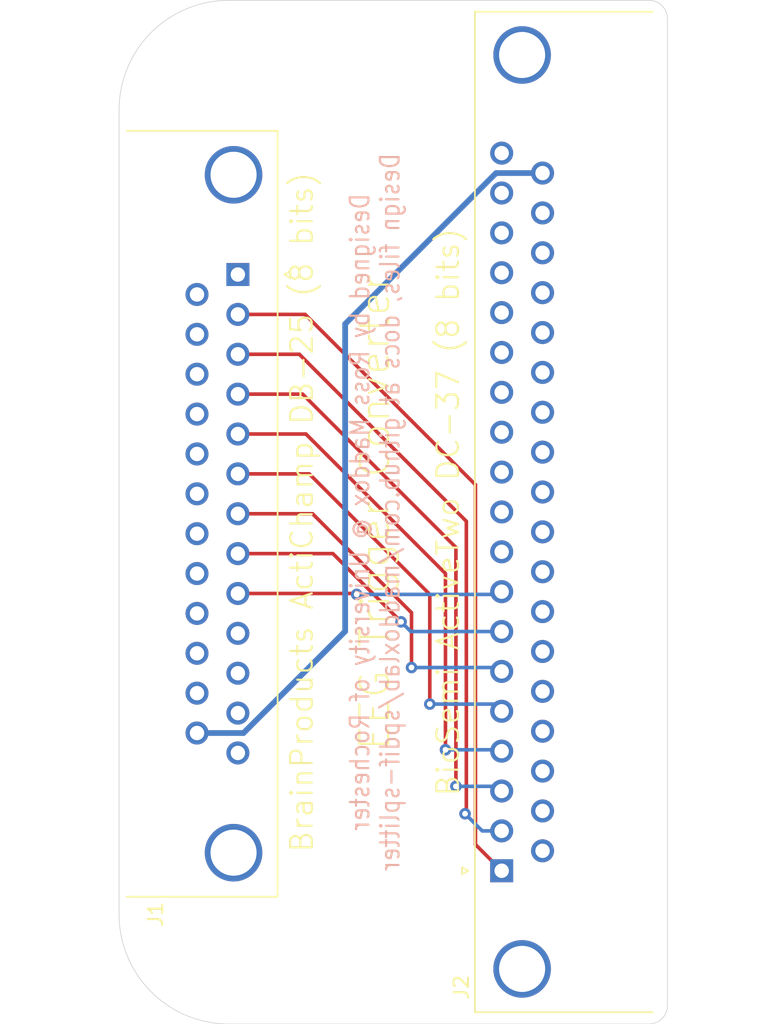
<source format=kicad_pcb>
(kicad_pcb (version 20171130) (host pcbnew 5.1.9-73d0e3b20d~88~ubuntu18.04.1)

  (general
    (thickness 1.6)
    (drawings 12)
    (tracks 51)
    (zones 0)
    (modules 4)
    (nets 55)
  )

  (page A4)
  (layers
    (0 F.Cu signal)
    (31 B.Cu signal)
    (32 B.Adhes user)
    (33 F.Adhes user)
    (34 B.Paste user)
    (35 F.Paste user)
    (36 B.SilkS user)
    (37 F.SilkS user)
    (38 B.Mask user)
    (39 F.Mask user)
    (40 Dwgs.User user)
    (41 Cmts.User user)
    (42 Eco1.User user)
    (43 Eco2.User user)
    (44 Edge.Cuts user)
    (45 Margin user)
    (46 B.CrtYd user)
    (47 F.CrtYd user)
    (48 B.Fab user)
    (49 F.Fab user)
  )

  (setup
    (last_trace_width 0.25)
    (user_trace_width 0.4)
    (trace_clearance 0.2)
    (zone_clearance 0.508)
    (zone_45_only no)
    (trace_min 0.2)
    (via_size 0.8)
    (via_drill 0.4)
    (via_min_size 0.4)
    (via_min_drill 0.3)
    (uvia_size 0.3)
    (uvia_drill 0.1)
    (uvias_allowed no)
    (uvia_min_size 0.2)
    (uvia_min_drill 0.1)
    (edge_width 0.05)
    (segment_width 0.2)
    (pcb_text_width 0.3)
    (pcb_text_size 1.5 1.5)
    (mod_edge_width 0.12)
    (mod_text_size 1 1)
    (mod_text_width 0.15)
    (pad_size 1.524 1.524)
    (pad_drill 0.762)
    (pad_to_mask_clearance 0)
    (aux_axis_origin 0 0)
    (visible_elements FFFFFF7F)
    (pcbplotparams
      (layerselection 0x010fc_ffffffff)
      (usegerberextensions false)
      (usegerberattributes true)
      (usegerberadvancedattributes true)
      (creategerberjobfile true)
      (excludeedgelayer true)
      (linewidth 0.100000)
      (plotframeref false)
      (viasonmask false)
      (mode 1)
      (useauxorigin false)
      (hpglpennumber 1)
      (hpglpenspeed 20)
      (hpglpendiameter 15.000000)
      (psnegative false)
      (psa4output false)
      (plotreference true)
      (plotvalue true)
      (plotinvisibletext false)
      (padsonsilk false)
      (subtractmaskfromsilk false)
      (outputformat 1)
      (mirror false)
      (drillshape 1)
      (scaleselection 1)
      (outputdirectory ""))
  )

  (net 0 "")
  (net 1 "Net-(J1-Pad0)")
  (net 2 "Net-(J1-Pad25)")
  (net 3 "Net-(J1-Pad24)")
  (net 4 "Net-(J1-Pad23)")
  (net 5 "Net-(J1-Pad22)")
  (net 6 "Net-(J1-Pad21)")
  (net 7 "Net-(J1-Pad20)")
  (net 8 "Net-(J1-Pad19)")
  (net 9 "Net-(J1-Pad18)")
  (net 10 "Net-(J1-Pad17)")
  (net 11 "Net-(J1-Pad16)")
  (net 12 "Net-(J1-Pad15)")
  (net 13 "Net-(J1-Pad14)")
  (net 14 "Net-(J1-Pad13)")
  (net 15 "Net-(J1-Pad12)")
  (net 16 "Net-(J1-Pad11)")
  (net 17 "Net-(J1-Pad10)")
  (net 18 "Net-(J1-Pad9)")
  (net 19 "Net-(J1-Pad8)")
  (net 20 "Net-(J1-Pad7)")
  (net 21 "Net-(J1-Pad6)")
  (net 22 "Net-(J1-Pad5)")
  (net 23 "Net-(J1-Pad4)")
  (net 24 "Net-(J1-Pad3)")
  (net 25 "Net-(J1-Pad2)")
  (net 26 "Net-(J1-Pad1)")
  (net 27 "Net-(J2-Pad36)")
  (net 28 "Net-(J2-Pad35)")
  (net 29 "Net-(J2-Pad34)")
  (net 30 "Net-(J2-Pad33)")
  (net 31 "Net-(J2-Pad32)")
  (net 32 "Net-(J2-Pad31)")
  (net 33 "Net-(J2-Pad30)")
  (net 34 "Net-(J2-Pad29)")
  (net 35 "Net-(J2-Pad28)")
  (net 36 "Net-(J2-Pad27)")
  (net 37 "Net-(J2-Pad26)")
  (net 38 "Net-(J2-Pad25)")
  (net 39 "Net-(J2-Pad24)")
  (net 40 "Net-(J2-Pad23)")
  (net 41 "Net-(J2-Pad22)")
  (net 42 "Net-(J2-Pad21)")
  (net 43 "Net-(J2-Pad20)")
  (net 44 "Net-(J2-Pad19)")
  (net 45 "Net-(J2-Pad18)")
  (net 46 "Net-(J2-Pad17)")
  (net 47 "Net-(J2-Pad16)")
  (net 48 "Net-(J2-Pad15)")
  (net 49 "Net-(J2-Pad14)")
  (net 50 "Net-(J2-Pad13)")
  (net 51 "Net-(J2-Pad12)")
  (net 52 "Net-(J2-Pad11)")
  (net 53 "Net-(J2-Pad10)")
  (net 54 "Net-(J2-Pad9)")

  (net_class Default "This is the default net class."
    (clearance 0.2)
    (trace_width 0.25)
    (via_dia 0.8)
    (via_drill 0.4)
    (uvia_dia 0.3)
    (uvia_drill 0.1)
    (add_net "Net-(J1-Pad0)")
    (add_net "Net-(J1-Pad1)")
    (add_net "Net-(J1-Pad10)")
    (add_net "Net-(J1-Pad11)")
    (add_net "Net-(J1-Pad12)")
    (add_net "Net-(J1-Pad13)")
    (add_net "Net-(J1-Pad14)")
    (add_net "Net-(J1-Pad15)")
    (add_net "Net-(J1-Pad16)")
    (add_net "Net-(J1-Pad17)")
    (add_net "Net-(J1-Pad18)")
    (add_net "Net-(J1-Pad19)")
    (add_net "Net-(J1-Pad2)")
    (add_net "Net-(J1-Pad20)")
    (add_net "Net-(J1-Pad21)")
    (add_net "Net-(J1-Pad22)")
    (add_net "Net-(J1-Pad23)")
    (add_net "Net-(J1-Pad24)")
    (add_net "Net-(J1-Pad25)")
    (add_net "Net-(J1-Pad3)")
    (add_net "Net-(J1-Pad4)")
    (add_net "Net-(J1-Pad5)")
    (add_net "Net-(J1-Pad6)")
    (add_net "Net-(J1-Pad7)")
    (add_net "Net-(J1-Pad8)")
    (add_net "Net-(J1-Pad9)")
    (add_net "Net-(J2-Pad10)")
    (add_net "Net-(J2-Pad11)")
    (add_net "Net-(J2-Pad12)")
    (add_net "Net-(J2-Pad13)")
    (add_net "Net-(J2-Pad14)")
    (add_net "Net-(J2-Pad15)")
    (add_net "Net-(J2-Pad16)")
    (add_net "Net-(J2-Pad17)")
    (add_net "Net-(J2-Pad18)")
    (add_net "Net-(J2-Pad19)")
    (add_net "Net-(J2-Pad20)")
    (add_net "Net-(J2-Pad21)")
    (add_net "Net-(J2-Pad22)")
    (add_net "Net-(J2-Pad23)")
    (add_net "Net-(J2-Pad24)")
    (add_net "Net-(J2-Pad25)")
    (add_net "Net-(J2-Pad26)")
    (add_net "Net-(J2-Pad27)")
    (add_net "Net-(J2-Pad28)")
    (add_net "Net-(J2-Pad29)")
    (add_net "Net-(J2-Pad30)")
    (add_net "Net-(J2-Pad31)")
    (add_net "Net-(J2-Pad32)")
    (add_net "Net-(J2-Pad33)")
    (add_net "Net-(J2-Pad34)")
    (add_net "Net-(J2-Pad35)")
    (add_net "Net-(J2-Pad36)")
    (add_net "Net-(J2-Pad9)")
  )

  (module MountingHole:MountingHole_3.2mm_M3 (layer F.Cu) (tedit 56D1B4CB) (tstamp 6140048A)
    (at 101.6 121.92)
    (descr "Mounting Hole 3.2mm, no annular, M3")
    (tags "mounting hole 3.2mm no annular m3")
    (path /6140782D)
    (attr virtual)
    (fp_text reference H2 (at 0 0) (layer F.SilkS)
      (effects (font (size 1 1) (thickness 0.15)))
    )
    (fp_text value MountingHole (at 0 4.2) (layer F.Fab)
      (effects (font (size 1 1) (thickness 0.15)))
    )
    (fp_text user %R (at 0.3 0) (layer F.Fab)
      (effects (font (size 1 1) (thickness 0.15)))
    )
    (fp_circle (center 0 0) (end 3.2 0) (layer Cmts.User) (width 0.15))
    (fp_circle (center 0 0) (end 3.45 0) (layer F.CrtYd) (width 0.05))
    (pad 1 np_thru_hole circle (at 0 0) (size 3.2 3.2) (drill 3.2) (layers *.Cu *.Mask))
  )

  (module MountingHole:MountingHole_3.2mm_M3 (layer F.Cu) (tedit 56D1B4CB) (tstamp 614005E2)
    (at 101.6 60.96)
    (descr "Mounting Hole 3.2mm, no annular, M3")
    (tags "mounting hole 3.2mm no annular m3")
    (path /61401DAD)
    (attr virtual)
    (fp_text reference H1 (at 0 0) (layer F.SilkS)
      (effects (font (size 1 1) (thickness 0.15)))
    )
    (fp_text value MountingHole (at 0 4.2) (layer F.Fab)
      (effects (font (size 1 1) (thickness 0.15)))
    )
    (fp_text user %R (at 0.3 0) (layer F.Fab)
      (effects (font (size 1 1) (thickness 0.15)))
    )
    (fp_circle (center 0 0) (end 3.2 0) (layer Cmts.User) (width 0.15))
    (fp_circle (center 0 0) (end 3.45 0) (layer F.CrtYd) (width 0.05))
    (pad 1 np_thru_hole circle (at 0 0) (size 3.2 3.2) (drill 3.2) (layers *.Cu *.Mask))
  )

  (module Connector_Dsub:DSUB-37_Male_Horizontal_P2.77x2.84mm_EdgePinOffset7.70mm_Housed_MountingHolesOffset9.12mm (layer F.Cu) (tedit 59FEDEE2) (tstamp 61347558)
    (at 110.405 116.355 90)
    (descr "37-pin D-Sub connector, horizontal/angled (90 deg), THT-mount, male, pitch 2.77x2.84mm, pin-PCB-offset 7.699999999999999mm, distance of mounting holes 63.5mm, distance of mounting holes to PCB edge 9.12mm, see https://disti-assets.s3.amazonaws.com/tonar/files/datasheets/16730.pdf")
    (tags "37-pin D-Sub connector horizontal angled 90deg THT male pitch 2.77x2.84mm pin-PCB-offset 7.699999999999999mm mounting-holes-distance 63.5mm mounting-hole-offset 63.5mm")
    (path /61342CC2)
    (fp_text reference J2 (at -8.105 -2.8 90) (layer F.SilkS)
      (effects (font (size 1 1) (thickness 0.15)))
    )
    (fp_text value DB37_Male (at 24.93 18.44 90) (layer F.Fab)
      (effects (font (size 1 1) (thickness 0.15)))
    )
    (fp_text user %R (at 24.93 13.94 90) (layer F.Fab)
      (effects (font (size 1 1) (thickness 0.15)))
    )
    (fp_arc (start 56.68 1.42) (end 55.08 1.42) (angle 180) (layer F.Fab) (width 0.1))
    (fp_arc (start -6.82 1.42) (end -8.42 1.42) (angle 180) (layer F.Fab) (width 0.1))
    (fp_line (start -9.77 -1.8) (end -9.77 10.54) (layer F.Fab) (width 0.1))
    (fp_line (start -9.77 10.54) (end 59.63 10.54) (layer F.Fab) (width 0.1))
    (fp_line (start 59.63 10.54) (end 59.63 -1.8) (layer F.Fab) (width 0.1))
    (fp_line (start 59.63 -1.8) (end -9.77 -1.8) (layer F.Fab) (width 0.1))
    (fp_line (start -9.77 10.54) (end -9.77 10.94) (layer F.Fab) (width 0.1))
    (fp_line (start -9.77 10.94) (end 59.63 10.94) (layer F.Fab) (width 0.1))
    (fp_line (start 59.63 10.94) (end 59.63 10.54) (layer F.Fab) (width 0.1))
    (fp_line (start 59.63 10.54) (end -9.77 10.54) (layer F.Fab) (width 0.1))
    (fp_line (start -2.47 10.94) (end -2.47 16.94) (layer F.Fab) (width 0.1))
    (fp_line (start -2.47 16.94) (end 52.33 16.94) (layer F.Fab) (width 0.1))
    (fp_line (start 52.33 16.94) (end 52.33 10.94) (layer F.Fab) (width 0.1))
    (fp_line (start 52.33 10.94) (end -2.47 10.94) (layer F.Fab) (width 0.1))
    (fp_line (start -9.32 10.94) (end -9.32 15.94) (layer F.Fab) (width 0.1))
    (fp_line (start -9.32 15.94) (end -4.32 15.94) (layer F.Fab) (width 0.1))
    (fp_line (start -4.32 15.94) (end -4.32 10.94) (layer F.Fab) (width 0.1))
    (fp_line (start -4.32 10.94) (end -9.32 10.94) (layer F.Fab) (width 0.1))
    (fp_line (start 54.18 10.94) (end 54.18 15.94) (layer F.Fab) (width 0.1))
    (fp_line (start 54.18 15.94) (end 59.18 15.94) (layer F.Fab) (width 0.1))
    (fp_line (start 59.18 15.94) (end 59.18 10.94) (layer F.Fab) (width 0.1))
    (fp_line (start 59.18 10.94) (end 54.18 10.94) (layer F.Fab) (width 0.1))
    (fp_line (start -8.42 10.54) (end -8.42 1.42) (layer F.Fab) (width 0.1))
    (fp_line (start -5.22 10.54) (end -5.22 1.42) (layer F.Fab) (width 0.1))
    (fp_line (start 55.08 10.54) (end 55.08 1.42) (layer F.Fab) (width 0.1))
    (fp_line (start 58.28 10.54) (end 58.28 1.42) (layer F.Fab) (width 0.1))
    (fp_line (start -9.83 10.48) (end -9.83 -1.86) (layer F.SilkS) (width 0.12))
    (fp_line (start -9.83 -1.86) (end 59.69 -1.86) (layer F.SilkS) (width 0.12))
    (fp_line (start 59.69 -1.86) (end 59.69 10.48) (layer F.SilkS) (width 0.12))
    (fp_line (start -0.25 -2.754338) (end 0.25 -2.754338) (layer F.SilkS) (width 0.12))
    (fp_line (start 0.25 -2.754338) (end 0 -2.321325) (layer F.SilkS) (width 0.12))
    (fp_line (start 0 -2.321325) (end -0.25 -2.754338) (layer F.SilkS) (width 0.12))
    (fp_line (start -10.3 -2.35) (end -10.3 17.45) (layer F.CrtYd) (width 0.05))
    (fp_line (start -10.3 17.45) (end 60.15 17.45) (layer F.CrtYd) (width 0.05))
    (fp_line (start 60.15 17.45) (end 60.15 -2.35) (layer F.CrtYd) (width 0.05))
    (fp_line (start 60.15 -2.35) (end -10.3 -2.35) (layer F.CrtYd) (width 0.05))
    (pad 0 thru_hole circle (at 56.68 1.42 90) (size 4 4) (drill 3.2) (layers *.Cu *.Mask))
    (pad 0 thru_hole circle (at -6.82 1.42 90) (size 4 4) (drill 3.2) (layers *.Cu *.Mask))
    (pad 37 thru_hole circle (at 48.475 2.84 90) (size 1.6 1.6) (drill 1) (layers *.Cu *.Mask)
      (net 2 "Net-(J1-Pad25)"))
    (pad 36 thru_hole circle (at 45.705 2.84 90) (size 1.6 1.6) (drill 1) (layers *.Cu *.Mask)
      (net 27 "Net-(J2-Pad36)"))
    (pad 35 thru_hole circle (at 42.935 2.84 90) (size 1.6 1.6) (drill 1) (layers *.Cu *.Mask)
      (net 28 "Net-(J2-Pad35)"))
    (pad 34 thru_hole circle (at 40.165 2.84 90) (size 1.6 1.6) (drill 1) (layers *.Cu *.Mask)
      (net 29 "Net-(J2-Pad34)"))
    (pad 33 thru_hole circle (at 37.395 2.84 90) (size 1.6 1.6) (drill 1) (layers *.Cu *.Mask)
      (net 30 "Net-(J2-Pad33)"))
    (pad 32 thru_hole circle (at 34.625 2.84 90) (size 1.6 1.6) (drill 1) (layers *.Cu *.Mask)
      (net 31 "Net-(J2-Pad32)"))
    (pad 31 thru_hole circle (at 31.855 2.84 90) (size 1.6 1.6) (drill 1) (layers *.Cu *.Mask)
      (net 32 "Net-(J2-Pad31)"))
    (pad 30 thru_hole circle (at 29.085 2.84 90) (size 1.6 1.6) (drill 1) (layers *.Cu *.Mask)
      (net 33 "Net-(J2-Pad30)"))
    (pad 29 thru_hole circle (at 26.315 2.84 90) (size 1.6 1.6) (drill 1) (layers *.Cu *.Mask)
      (net 34 "Net-(J2-Pad29)"))
    (pad 28 thru_hole circle (at 23.545 2.84 90) (size 1.6 1.6) (drill 1) (layers *.Cu *.Mask)
      (net 35 "Net-(J2-Pad28)"))
    (pad 27 thru_hole circle (at 20.775 2.84 90) (size 1.6 1.6) (drill 1) (layers *.Cu *.Mask)
      (net 36 "Net-(J2-Pad27)"))
    (pad 26 thru_hole circle (at 18.005 2.84 90) (size 1.6 1.6) (drill 1) (layers *.Cu *.Mask)
      (net 37 "Net-(J2-Pad26)"))
    (pad 25 thru_hole circle (at 15.235 2.84 90) (size 1.6 1.6) (drill 1) (layers *.Cu *.Mask)
      (net 38 "Net-(J2-Pad25)"))
    (pad 24 thru_hole circle (at 12.465 2.84 90) (size 1.6 1.6) (drill 1) (layers *.Cu *.Mask)
      (net 39 "Net-(J2-Pad24)"))
    (pad 23 thru_hole circle (at 9.695 2.84 90) (size 1.6 1.6) (drill 1) (layers *.Cu *.Mask)
      (net 40 "Net-(J2-Pad23)"))
    (pad 22 thru_hole circle (at 6.925 2.84 90) (size 1.6 1.6) (drill 1) (layers *.Cu *.Mask)
      (net 41 "Net-(J2-Pad22)"))
    (pad 21 thru_hole circle (at 4.155 2.84 90) (size 1.6 1.6) (drill 1) (layers *.Cu *.Mask)
      (net 42 "Net-(J2-Pad21)"))
    (pad 20 thru_hole circle (at 1.385 2.84 90) (size 1.6 1.6) (drill 1) (layers *.Cu *.Mask)
      (net 43 "Net-(J2-Pad20)"))
    (pad 19 thru_hole circle (at 49.86 0 90) (size 1.6 1.6) (drill 1) (layers *.Cu *.Mask)
      (net 44 "Net-(J2-Pad19)"))
    (pad 18 thru_hole circle (at 47.09 0 90) (size 1.6 1.6) (drill 1) (layers *.Cu *.Mask)
      (net 45 "Net-(J2-Pad18)"))
    (pad 17 thru_hole circle (at 44.32 0 90) (size 1.6 1.6) (drill 1) (layers *.Cu *.Mask)
      (net 46 "Net-(J2-Pad17)"))
    (pad 16 thru_hole circle (at 41.55 0 90) (size 1.6 1.6) (drill 1) (layers *.Cu *.Mask)
      (net 47 "Net-(J2-Pad16)"))
    (pad 15 thru_hole circle (at 38.78 0 90) (size 1.6 1.6) (drill 1) (layers *.Cu *.Mask)
      (net 48 "Net-(J2-Pad15)"))
    (pad 14 thru_hole circle (at 36.01 0 90) (size 1.6 1.6) (drill 1) (layers *.Cu *.Mask)
      (net 49 "Net-(J2-Pad14)"))
    (pad 13 thru_hole circle (at 33.24 0 90) (size 1.6 1.6) (drill 1) (layers *.Cu *.Mask)
      (net 50 "Net-(J2-Pad13)"))
    (pad 12 thru_hole circle (at 30.47 0 90) (size 1.6 1.6) (drill 1) (layers *.Cu *.Mask)
      (net 51 "Net-(J2-Pad12)"))
    (pad 11 thru_hole circle (at 27.7 0 90) (size 1.6 1.6) (drill 1) (layers *.Cu *.Mask)
      (net 52 "Net-(J2-Pad11)"))
    (pad 10 thru_hole circle (at 24.93 0 90) (size 1.6 1.6) (drill 1) (layers *.Cu *.Mask)
      (net 53 "Net-(J2-Pad10)"))
    (pad 9 thru_hole circle (at 22.16 0 90) (size 1.6 1.6) (drill 1) (layers *.Cu *.Mask)
      (net 54 "Net-(J2-Pad9)"))
    (pad 8 thru_hole circle (at 19.39 0 90) (size 1.6 1.6) (drill 1) (layers *.Cu *.Mask)
      (net 18 "Net-(J1-Pad9)"))
    (pad 7 thru_hole circle (at 16.62 0 90) (size 1.6 1.6) (drill 1) (layers *.Cu *.Mask)
      (net 19 "Net-(J1-Pad8)"))
    (pad 6 thru_hole circle (at 13.85 0 90) (size 1.6 1.6) (drill 1) (layers *.Cu *.Mask)
      (net 20 "Net-(J1-Pad7)"))
    (pad 5 thru_hole circle (at 11.08 0 90) (size 1.6 1.6) (drill 1) (layers *.Cu *.Mask)
      (net 21 "Net-(J1-Pad6)"))
    (pad 4 thru_hole circle (at 8.31 0 90) (size 1.6 1.6) (drill 1) (layers *.Cu *.Mask)
      (net 22 "Net-(J1-Pad5)"))
    (pad 3 thru_hole circle (at 5.54 0 90) (size 1.6 1.6) (drill 1) (layers *.Cu *.Mask)
      (net 23 "Net-(J1-Pad4)"))
    (pad 2 thru_hole circle (at 2.77 0 90) (size 1.6 1.6) (drill 1) (layers *.Cu *.Mask)
      (net 24 "Net-(J1-Pad3)"))
    (pad 1 thru_hole rect (at 0 0 90) (size 1.6 1.6) (drill 1) (layers *.Cu *.Mask)
      (net 25 "Net-(J1-Pad2)"))
    (model ${KISYS3DMOD}/Connector_Dsub.3dshapes/DSUB-37_Male_Horizontal_P2.77x2.84mm_EdgePinOffset7.70mm_Housed_MountingHolesOffset9.12mm.wrl
      (at (xyz 0 0 0))
      (scale (xyz 1 1 1))
      (rotate (xyz 0 0 0))
    )
  )

  (module Connector_Dsub:DSUB-25_Male_Horizontal_P2.77x2.84mm_EdgePinOffset4.94mm_Housed_MountingHolesOffset7.48mm (layer F.Cu) (tedit 59FEDEE2) (tstamp 61347499)
    (at 92.075 74.93 270)
    (descr "25-pin D-Sub connector, horizontal/angled (90 deg), THT-mount, male, pitch 2.77x2.84mm, pin-PCB-offset 4.9399999999999995mm, distance of mounting holes 47.1mm, distance of mounting holes to PCB edge 7.4799999999999995mm, see https://disti-assets.s3.amazonaws.com/tonar/files/datasheets/16730.pdf")
    (tags "25-pin D-Sub connector horizontal angled 90deg THT male pitch 2.77x2.84mm pin-PCB-offset 4.9399999999999995mm mounting-holes-distance 47.1mm mounting-hole-offset 47.1mm")
    (path /61341A62)
    (fp_text reference J1 (at 44.45 5.715 90) (layer F.SilkS)
      (effects (font (size 1 1) (thickness 0.15)))
    )
    (fp_text value DB25_Male_MountingHoles (at 16.62 15.68 90) (layer F.Fab)
      (effects (font (size 1 1) (thickness 0.15)))
    )
    (fp_line (start 43.7 -3.25) (end -10.45 -3.25) (layer F.CrtYd) (width 0.05))
    (fp_line (start 43.7 14.7) (end 43.7 -3.25) (layer F.CrtYd) (width 0.05))
    (fp_line (start -10.45 14.7) (end 43.7 14.7) (layer F.CrtYd) (width 0.05))
    (fp_line (start -10.45 -3.25) (end -10.45 14.7) (layer F.CrtYd) (width 0.05))
    (fp_line (start 0 -3.221325) (end -0.25 -3.654338) (layer F.SilkS) (width 0.12))
    (fp_line (start 0.25 -3.654338) (end 0 -3.221325) (layer F.SilkS) (width 0.12))
    (fp_line (start -0.25 -3.654338) (end 0.25 -3.654338) (layer F.SilkS) (width 0.12))
    (fp_line (start 43.23 -2.76) (end 43.23 7.72) (layer F.SilkS) (width 0.12))
    (fp_line (start -9.99 -2.76) (end 43.23 -2.76) (layer F.SilkS) (width 0.12))
    (fp_line (start -9.99 7.72) (end -9.99 -2.76) (layer F.SilkS) (width 0.12))
    (fp_line (start 41.77 7.78) (end 41.77 0.3) (layer F.Fab) (width 0.1))
    (fp_line (start 38.57 7.78) (end 38.57 0.3) (layer F.Fab) (width 0.1))
    (fp_line (start -5.33 7.78) (end -5.33 0.3) (layer F.Fab) (width 0.1))
    (fp_line (start -8.53 7.78) (end -8.53 0.3) (layer F.Fab) (width 0.1))
    (fp_line (start 42.67 8.18) (end 37.67 8.18) (layer F.Fab) (width 0.1))
    (fp_line (start 42.67 13.18) (end 42.67 8.18) (layer F.Fab) (width 0.1))
    (fp_line (start 37.67 13.18) (end 42.67 13.18) (layer F.Fab) (width 0.1))
    (fp_line (start 37.67 8.18) (end 37.67 13.18) (layer F.Fab) (width 0.1))
    (fp_line (start -4.43 8.18) (end -9.43 8.18) (layer F.Fab) (width 0.1))
    (fp_line (start -4.43 13.18) (end -4.43 8.18) (layer F.Fab) (width 0.1))
    (fp_line (start -9.43 13.18) (end -4.43 13.18) (layer F.Fab) (width 0.1))
    (fp_line (start -9.43 8.18) (end -9.43 13.18) (layer F.Fab) (width 0.1))
    (fp_line (start 35.77 8.18) (end -2.53 8.18) (layer F.Fab) (width 0.1))
    (fp_line (start 35.77 14.18) (end 35.77 8.18) (layer F.Fab) (width 0.1))
    (fp_line (start -2.53 14.18) (end 35.77 14.18) (layer F.Fab) (width 0.1))
    (fp_line (start -2.53 8.18) (end -2.53 14.18) (layer F.Fab) (width 0.1))
    (fp_line (start 43.17 7.78) (end -9.93 7.78) (layer F.Fab) (width 0.1))
    (fp_line (start 43.17 8.18) (end 43.17 7.78) (layer F.Fab) (width 0.1))
    (fp_line (start -9.93 8.18) (end 43.17 8.18) (layer F.Fab) (width 0.1))
    (fp_line (start -9.93 7.78) (end -9.93 8.18) (layer F.Fab) (width 0.1))
    (fp_line (start 43.17 -2.7) (end -9.93 -2.7) (layer F.Fab) (width 0.1))
    (fp_line (start 43.17 7.78) (end 43.17 -2.7) (layer F.Fab) (width 0.1))
    (fp_line (start -9.93 7.78) (end 43.17 7.78) (layer F.Fab) (width 0.1))
    (fp_line (start -9.93 -2.7) (end -9.93 7.78) (layer F.Fab) (width 0.1))
    (fp_text user %R (at 16.62 11.18 90) (layer F.Fab)
      (effects (font (size 1 1) (thickness 0.15)))
    )
    (fp_arc (start 40.17 0.3) (end 38.57 0.3) (angle 180) (layer F.Fab) (width 0.1))
    (fp_arc (start -6.93 0.3) (end -8.53 0.3) (angle 180) (layer F.Fab) (width 0.1))
    (pad 0 thru_hole circle (at 40.17 0.3 270) (size 4 4) (drill 3.2) (layers *.Cu *.Mask)
      (net 1 "Net-(J1-Pad0)"))
    (pad 0 thru_hole circle (at -6.93 0.3 270) (size 4 4) (drill 3.2) (layers *.Cu *.Mask)
      (net 1 "Net-(J1-Pad0)"))
    (pad 25 thru_hole circle (at 31.855 2.84 270) (size 1.6 1.6) (drill 1) (layers *.Cu *.Mask)
      (net 2 "Net-(J1-Pad25)"))
    (pad 24 thru_hole circle (at 29.085 2.84 270) (size 1.6 1.6) (drill 1) (layers *.Cu *.Mask)
      (net 3 "Net-(J1-Pad24)"))
    (pad 23 thru_hole circle (at 26.315 2.84 270) (size 1.6 1.6) (drill 1) (layers *.Cu *.Mask)
      (net 4 "Net-(J1-Pad23)"))
    (pad 22 thru_hole circle (at 23.545 2.84 270) (size 1.6 1.6) (drill 1) (layers *.Cu *.Mask)
      (net 5 "Net-(J1-Pad22)"))
    (pad 21 thru_hole circle (at 20.775 2.84 270) (size 1.6 1.6) (drill 1) (layers *.Cu *.Mask)
      (net 6 "Net-(J1-Pad21)"))
    (pad 20 thru_hole circle (at 18.005 2.84 270) (size 1.6 1.6) (drill 1) (layers *.Cu *.Mask)
      (net 7 "Net-(J1-Pad20)"))
    (pad 19 thru_hole circle (at 15.235 2.84 270) (size 1.6 1.6) (drill 1) (layers *.Cu *.Mask)
      (net 8 "Net-(J1-Pad19)"))
    (pad 18 thru_hole circle (at 12.465 2.84 270) (size 1.6 1.6) (drill 1) (layers *.Cu *.Mask)
      (net 9 "Net-(J1-Pad18)"))
    (pad 17 thru_hole circle (at 9.695 2.84 270) (size 1.6 1.6) (drill 1) (layers *.Cu *.Mask)
      (net 10 "Net-(J1-Pad17)"))
    (pad 16 thru_hole circle (at 6.925 2.84 270) (size 1.6 1.6) (drill 1) (layers *.Cu *.Mask)
      (net 11 "Net-(J1-Pad16)"))
    (pad 15 thru_hole circle (at 4.155 2.84 270) (size 1.6 1.6) (drill 1) (layers *.Cu *.Mask)
      (net 12 "Net-(J1-Pad15)"))
    (pad 14 thru_hole circle (at 1.385 2.84 270) (size 1.6 1.6) (drill 1) (layers *.Cu *.Mask)
      (net 13 "Net-(J1-Pad14)"))
    (pad 13 thru_hole circle (at 33.24 0 270) (size 1.6 1.6) (drill 1) (layers *.Cu *.Mask)
      (net 14 "Net-(J1-Pad13)"))
    (pad 12 thru_hole circle (at 30.47 0 270) (size 1.6 1.6) (drill 1) (layers *.Cu *.Mask)
      (net 15 "Net-(J1-Pad12)"))
    (pad 11 thru_hole circle (at 27.7 0 270) (size 1.6 1.6) (drill 1) (layers *.Cu *.Mask)
      (net 16 "Net-(J1-Pad11)"))
    (pad 10 thru_hole circle (at 24.93 0 270) (size 1.6 1.6) (drill 1) (layers *.Cu *.Mask)
      (net 17 "Net-(J1-Pad10)"))
    (pad 9 thru_hole circle (at 22.16 0 270) (size 1.6 1.6) (drill 1) (layers *.Cu *.Mask)
      (net 18 "Net-(J1-Pad9)"))
    (pad 8 thru_hole circle (at 19.39 0 270) (size 1.6 1.6) (drill 1) (layers *.Cu *.Mask)
      (net 19 "Net-(J1-Pad8)"))
    (pad 7 thru_hole circle (at 16.62 0 270) (size 1.6 1.6) (drill 1) (layers *.Cu *.Mask)
      (net 20 "Net-(J1-Pad7)"))
    (pad 6 thru_hole circle (at 13.85 0 270) (size 1.6 1.6) (drill 1) (layers *.Cu *.Mask)
      (net 21 "Net-(J1-Pad6)"))
    (pad 5 thru_hole circle (at 11.08 0 270) (size 1.6 1.6) (drill 1) (layers *.Cu *.Mask)
      (net 22 "Net-(J1-Pad5)"))
    (pad 4 thru_hole circle (at 8.31 0 270) (size 1.6 1.6) (drill 1) (layers *.Cu *.Mask)
      (net 23 "Net-(J1-Pad4)"))
    (pad 3 thru_hole circle (at 5.54 0 270) (size 1.6 1.6) (drill 1) (layers *.Cu *.Mask)
      (net 24 "Net-(J1-Pad3)"))
    (pad 2 thru_hole circle (at 2.77 0 270) (size 1.6 1.6) (drill 1) (layers *.Cu *.Mask)
      (net 25 "Net-(J1-Pad2)"))
    (pad 1 thru_hole rect (at 0 0 270) (size 1.6 1.6) (drill 1) (layers *.Cu *.Mask)
      (net 26 "Net-(J1-Pad1)"))
    (model ${KISYS3DMOD}/Connector_Dsub.3dshapes/DSUB-25_Male_Horizontal_P2.77x2.84mm_EdgePinOffset4.94mm_Housed_MountingHolesOffset7.48mm.wrl
      (at (xyz 0 0 0))
      (scale (xyz 1 1 1))
      (rotate (xyz 0 0 0))
    )
  )

  (gr_text "EEG Trigger Converter" (at 101.6 91.44 90) (layer F.SilkS)
    (effects (font (size 2 2) (thickness 0.15)))
  )
  (gr_text "Designed by Ross Maddox @ University of Rochester\nDesign files, docs at github.com/maddoxlab/spdif-splitter" (at 101.6 91.44 90) (layer B.SilkS)
    (effects (font (size 1.3 1.1) (thickness 0.15)) (justify mirror))
  )
  (gr_arc (start 91.44 63.5) (end 91.44 55.88) (angle -90) (layer Edge.Cuts) (width 0.05))
  (gr_arc (start 91.44 119.38) (end 83.82 119.38) (angle -90) (layer Edge.Cuts) (width 0.05))
  (gr_arc (start 120.65 125.73) (end 120.65 127) (angle -90) (layer Edge.Cuts) (width 0.05))
  (gr_arc (start 120.65 57.15) (end 121.92 57.15) (angle -90) (layer Edge.Cuts) (width 0.05))
  (gr_line (start 91.44 127) (end 120.65 127) (layer Edge.Cuts) (width 0.05) (tstamp 61400149))
  (gr_line (start 91.44 55.88) (end 120.65 55.88) (layer Edge.Cuts) (width 0.05) (tstamp 61400148))
  (gr_text "BioSemi ActiveTwo DC-37 (8 bits)" (at 106.68 91.44 90) (layer F.SilkS) (tstamp 61347DA7)
    (effects (font (size 1.5 1.5) (thickness 0.15)))
  )
  (gr_text "BrainProducts ActiChamp DB-25 (8 bits)" (at 96.52 91.44 90) (layer F.SilkS) (tstamp 61347DB1)
    (effects (font (size 1.5 1.5) (thickness 0.15)))
  )
  (gr_line (start 121.92 125.73) (end 121.92 57.15) (layer Edge.Cuts) (width 0.05) (tstamp 61347AB8))
  (gr_line (start 83.82 63.5) (end 83.82 119.38) (layer Edge.Cuts) (width 0.05))

  (segment (start 110.013998 67.88) (end 112.945 67.88) (width 0.4) (layer B.Cu) (net 2))
  (segment (start 99.529999 78.363999) (end 110.013998 67.88) (width 0.4) (layer B.Cu) (net 2))
  (segment (start 99.529999 99.721003) (end 99.529999 78.363999) (width 0.4) (layer B.Cu) (net 2))
  (segment (start 92.466002 106.785) (end 99.529999 99.721003) (width 0.4) (layer B.Cu) (net 2))
  (segment (start 89.235 106.785) (end 92.466002 106.785) (width 0.4) (layer B.Cu) (net 2))
  (via (at 100.33 97.155) (size 0.8) (drill 0.4) (layers F.Cu B.Cu) (net 18))
  (segment (start 100.265 97.09) (end 100.33 97.155) (width 0.25) (layer F.Cu) (net 18))
  (segment (start 92.075 97.09) (end 100.265 97.09) (width 0.25) (layer F.Cu) (net 18))
  (segment (start 110.215 97.155) (end 110.405 96.965) (width 0.25) (layer B.Cu) (net 18))
  (segment (start 100.33 97.155) (end 110.215 97.155) (width 0.25) (layer B.Cu) (net 18))
  (via (at 103.415 99.06) (size 0.8) (drill 0.4) (layers F.Cu B.Cu) (net 19))
  (segment (start 98.675 94.32) (end 103.415 99.06) (width 0.25) (layer F.Cu) (net 19))
  (segment (start 92.075 94.32) (end 98.675 94.32) (width 0.25) (layer F.Cu) (net 19))
  (segment (start 104.09 99.735) (end 110.405 99.735) (width 0.25) (layer B.Cu) (net 19))
  (segment (start 103.415 99.06) (end 104.09 99.735) (width 0.25) (layer B.Cu) (net 19))
  (segment (start 92.075 91.55) (end 97.265 91.55) (width 0.25) (layer F.Cu) (net 20))
  (segment (start 97.265 91.55) (end 104.14 98.425) (width 0.25) (layer F.Cu) (net 20))
  (via (at 104.14 102.235) (size 0.8) (drill 0.4) (layers F.Cu B.Cu) (net 20))
  (segment (start 104.14 98.425) (end 104.14 102.235) (width 0.25) (layer F.Cu) (net 20))
  (segment (start 110.135 102.235) (end 110.405 102.505) (width 0.25) (layer B.Cu) (net 20))
  (segment (start 104.14 102.235) (end 110.135 102.235) (width 0.25) (layer B.Cu) (net 20))
  (segment (start 92.075 88.78) (end 97.035 88.78) (width 0.25) (layer F.Cu) (net 21))
  (via (at 105.41 104.775) (size 0.8) (drill 0.4) (layers F.Cu B.Cu) (net 21))
  (segment (start 105.41 97.155) (end 105.41 104.775) (width 0.25) (layer F.Cu) (net 21))
  (segment (start 97.035 88.78) (end 105.41 97.155) (width 0.25) (layer F.Cu) (net 21))
  (segment (start 109.905 104.775) (end 110.405 105.275) (width 0.25) (layer B.Cu) (net 21))
  (segment (start 105.41 104.775) (end 109.905 104.775) (width 0.25) (layer B.Cu) (net 21))
  (segment (start 92.075 86.01) (end 96.805 86.01) (width 0.25) (layer F.Cu) (net 22))
  (via (at 106.5 107.95) (size 0.8) (drill 0.4) (layers F.Cu B.Cu) (net 22))
  (segment (start 106.5 95.705) (end 106.5 107.95) (width 0.25) (layer F.Cu) (net 22))
  (segment (start 96.805 86.01) (end 106.5 95.705) (width 0.25) (layer F.Cu) (net 22))
  (segment (start 110.31 107.95) (end 110.405 108.045) (width 0.25) (layer B.Cu) (net 22))
  (segment (start 106.5 107.95) (end 110.31 107.95) (width 0.25) (layer B.Cu) (net 22))
  (via (at 107.225 110.49) (size 0.8) (drill 0.4) (layers F.Cu B.Cu) (net 23))
  (segment (start 110.08 110.49) (end 110.405 110.815) (width 0.25) (layer B.Cu) (net 23))
  (segment (start 107.225 110.49) (end 110.08 110.49) (width 0.25) (layer B.Cu) (net 23))
  (segment (start 96.575 83.24) (end 95.94 83.24) (width 0.25) (layer F.Cu) (net 23))
  (segment (start 95.94 83.24) (end 92.075 83.24) (width 0.25) (layer F.Cu) (net 23))
  (segment (start 107.225 93.89) (end 96.575 83.24) (width 0.25) (layer F.Cu) (net 23))
  (segment (start 107.225 110.49) (end 107.225 93.89) (width 0.25) (layer F.Cu) (net 23))
  (segment (start 92.075 80.47) (end 96.345 80.47) (width 0.25) (layer F.Cu) (net 24))
  (segment (start 96.345 80.47) (end 107.95 92.075) (width 0.25) (layer F.Cu) (net 24))
  (via (at 107.86 112.395) (size 0.8) (drill 0.4) (layers F.Cu B.Cu) (net 24))
  (segment (start 107.95 112.305) (end 107.86 112.395) (width 0.25) (layer F.Cu) (net 24))
  (segment (start 107.95 92.075) (end 107.95 112.305) (width 0.25) (layer F.Cu) (net 24))
  (segment (start 109.05 113.585) (end 110.405 113.585) (width 0.25) (layer B.Cu) (net 24))
  (segment (start 107.86 112.395) (end 109.05 113.585) (width 0.25) (layer B.Cu) (net 24))
  (segment (start 92.075 77.7) (end 96.75 77.7) (width 0.25) (layer F.Cu) (net 25))
  (segment (start 96.75 77.7) (end 108.585 89.535) (width 0.25) (layer F.Cu) (net 25))
  (segment (start 108.585 114.535) (end 110.405 116.355) (width 0.25) (layer F.Cu) (net 25))
  (segment (start 108.585 89.535) (end 108.585 114.535) (width 0.25) (layer F.Cu) (net 25))

)

</source>
